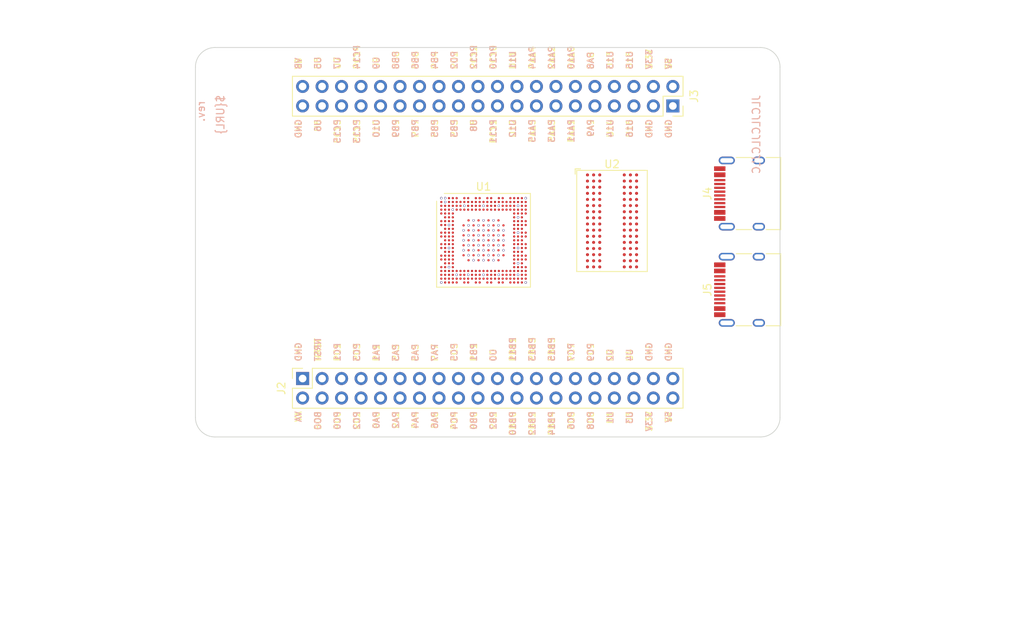
<source format=kicad_pcb>
(kicad_pcb (version 20221018) (generator pcbnew)
  (layers (0 "F.Cu" signal) (1 "In1.Cu" signal) (2 "In2.Cu" signal) (3 "In3.Cu" signal) (4 "In4.Cu" signal) (5 "In5.Cu" signal) (6 "In6.Cu" signal) (31 "B.Cu" signal) (34 "B.Paste" user) (35 "F.Paste" user) (36 "B.SilkS" user "B.Silkscreen") (37 "F.SilkS" user "F.Silkscreen") (38 "B.Mask" user) (39 "F.Mask" user) (44 "Edge.Cuts" user))
  (net 0 "")
  (net 1 "unconnected-(U1-PH5-PadA2)")
  (net 18 "unconnected-(U1-PH12-PadB2)")
  (net 384 "GND")
  (net 385 "Net-(U2-VDDQ-PadA1)")
  (net 389 "Net-(U2-VSS-PadA9)")
  (net 390 "Net-(U2-VSSQ-PadB1)")
  (net 391 "Net-(U2-VDD-PadB2)")
  (net 455 "Net-(J4-GND-PadA1)")
  (net 456 "Net-(J4-VBUS-PadA4)")
  (net 466 "Net-(J5-GND-PadA1)")
  (net 467 "Net-(J5-VBUS-PadA4)")
  (footprint "stm32world:PinSocket_2x20_P2.54mm_Vertical_Stackable" (layer "F.Cu") (at 121.92 113.03 90)
    (fp_text reference "J2")
    (fp_text value "STM32WORLD_CONNECTOR_1")
  )
  (footprint "stm32world:PinSocket_2x20_P2.54mm_Vertical_Stackable" (layer "F.Cu") (at 170.18 77.47 -90)
    (fp_text reference "J3")
    (fp_text value "STM32WORLD_CONNECTOR_2")
  )
  (footprint "stm32world:USB_C_Receptacle_HRO_TYPE-C-31-M-12" (layer "F.Cu") (at 180.34 88.9 90)
    (fp_text reference "J4")
    (fp_text value "USB_C_Receptacle_USB2.0")
  )
  (footprint "stm32world:USB_C_Receptacle_HRO_TYPE-C-31-M-12" (layer "F.Cu") (at 180.34 101.45 90)
    (fp_text reference "J5")
    (fp_text value "USB_C_Receptacle_USB2.0")
  )
  (footprint "stm32world:ST_TFBGA-361_12x12mm_Layout23x23_P0.5mmP0.65mm" (layer "F.Cu") (at 145.5 95)
    (fp_text reference "U1")
    (fp_text value "STM32MP151AACx")
  )
  (footprint "stm32world:STM32WORLD_BOARD" (layer "F.Cu") (at 145.5 95)
    (fp_text reference "J1" hide)
    (fp_text value "STM32WORLD_BOARD")
  )
  (footprint "Package_BGA:BGA-96_9.0x13.0mm_Layout2x3x16_P0.8mm" (layer "F.Cu") (at 162.25 92.47)
    (fp_text reference "U2")
    (fp_text value "AS4C256M16D3")
  )
  (gr_arc (start 107.95 72.39) (mid 108.693949 70.593949) (end 110.49 69.85) (stroke (width 0.1)) (layer "Edge.Cuts"))
  (gr_arc (start 181.61 69.85) (mid 183.406051 70.593949) (end 184.15 72.39) (stroke (width 0.1)) (layer "Edge.Cuts"))
  (gr_arc (start 110.49 120.65) (mid 108.693949 119.906051) (end 107.95 118.11) (stroke (width 0.1)) (layer "Edge.Cuts"))
  (gr_line (start 107.95 72.39) (end 107.95 118.11) (stroke (width 0.1)) (layer "Edge.Cuts"))
  (gr_line (start 181.61 69.85) (end 110.49 69.85) (stroke (width 0.1)) (layer "Edge.Cuts"))
  (gr_arc (start 184.15 118.11) (mid 183.406051 119.906051) (end 181.61 120.65) (stroke (width 0.1)) (layer "Edge.Cuts"))
  (gr_line (start 184.15 118.11) (end 184.15 72.39) (stroke (width 0.1)) (layer "Edge.Cuts"))
  (gr_line (start 110.49 120.65) (end 181.61 120.65) (stroke (width 0.1)) (layer "Edge.Cuts"))
  (via (at 140.5 89.5) (size 0.3) (drill 0.2) (layers "F.Cu" "B.Cu") (net 1))
  (via (at 140.5 90) (size 0.3) (drill 0.2) (layers "F.Cu" "B.Cu") (net 18))
  (via (at 148.1 93.7) (size 0.3) (drill 0.2) (layers "F.Cu" "B.Cu") (net 384))
  (via (at 146.15 95.65) (size 0.3) (drill 0.2) (layers "F.Cu" "B.Cu") (net 384))
  (via (at 146.8 93.7) (size 0.3) (drill 0.2) (layers "F.Cu" "B.Cu") (net 384))
  (via (at 145.5 92.4) (size 0.3) (drill 0.2) (layers "F.Cu" "B.Cu") (net 384))
  (via (at 147.5 90.5) (size 0.3) (drill 0.2) (layers "F.Cu" "B.Cu") (net 384))
  (via (at 146.15 93.05) (size 0.3) (drill 0.2) (layers "F.Cu" "B.Cu") (net 384))
  (via (at 150 92) (size 0.3) (drill 0.2) (layers "F.Cu" "B.Cu") (net 384))
  (via (at 150 99.5) (size 0.3) (drill 0.2) (layers "F.Cu" "B.Cu") (net 384))
  (via (at 147.5 99.5) (size 0.3) (drill 0.2) (layers "F.Cu" "B.Cu") (net 384))
  (via (at 150 98) (size 0.3) (drill 0.2) (layers "F.Cu" "B.Cu") (net 384))
  (via (at 141.5 91) (size 0.3) (drill 0.2) (layers "F.Cu" "B.Cu") (net 384))
  (via (at 144.85 94.35) (size 0.3) (drill 0.2) (layers "F.Cu" "B.Cu") (net 384))
  (via (at 144.85 93.05) (size 0.3) (drill 0.2) (layers "F.Cu" "B.Cu") (net 384))
  (via (at 143.55 95.65) (size 0.3) (drill 0.2) (layers "F.Cu" "B.Cu") (net 384))
  (via (at 141 93) (size 0.3) (drill 0.2) (layers "F.Cu" "B.Cu") (net 384))
  (via (at 143.55 96.95) (size 0.3) (drill 0.2) (layers "F.Cu" "B.Cu") (net 384))
  (via (at 144.2 92.4) (size 0.3) (drill 0.2) (layers "F.Cu" "B.Cu") (net 384))
  (via (at 140 100.5) (size 0.3) (drill 0.2) (layers "F.Cu" "B.Cu") (net 384))
  (via (at 145.5 99.5) (size 0.3) (drill 0.2) (layers "F.Cu" "B.Cu") (net 384))
  (via (at 146.15 94.35) (size 0.3) (drill 0.2) (layers "F.Cu" "B.Cu") (net 384))
  (via (at 146.15 96.95) (size 0.3) (drill 0.2) (layers "F.Cu" "B.Cu") (net 384))
  (via (at 144.2 93.7) (size 0.3) (drill 0.2) (layers "F.Cu" "B.Cu") (net 384))
  (via (at 150 96) (size 0.3) (drill 0.2) (layers "F.Cu" "B.Cu") (net 384))
  (via (at 148.1 95) (size 0.3) (drill 0.2) (layers "F.Cu" "B.Cu") (net 384))
  (via (at 143 90.5) (size 0.3) (drill 0.2) (layers "F.Cu" "B.Cu") (net 384))
  (via (at 146.8 92.4) (size 0.3) (drill 0.2) (layers "F.Cu" "B.Cu") (net 384))
  (via (at 144.2 97.6) (size 0.3) (drill 0.2) (layers "F.Cu" "B.Cu") (net 384))
  (via (at 143.5 99.5) (size 0.3) (drill 0.2) (layers "F.Cu" "B.Cu") (net 384))
  (via (at 141 98.5) (size 0.3) (drill 0.2) (layers "F.Cu" "B.Cu") (net 384))
  (via (at 144.2 96.3) (size 0.3) (drill 0.2) (layers "F.Cu" "B.Cu") (net 384))
  (via (at 143.55 93.05) (size 0.3) (drill 0.2) (layers "F.Cu" "B.Cu") (net 384))
  (via (at 146.8 95) (size 0.3) (drill 0.2) (layers "F.Cu" "B.Cu") (net 384))
  (via (at 147.45 94.35) (size 0.3) (drill 0.2) (layers "F.Cu" "B.Cu") (net 384))
  (via (at 143.55 94.35) (size 0.3) (drill 0.2) (layers "F.Cu" "B.Cu") (net 384))
  (via (at 142.9 93.7) (size 0.3) (drill 0.2) (layers "F.Cu" "B.Cu") (net 384))
  (via (at 147.45 96.95) (size 0.3) (drill 0.2) (layers "F.Cu" "B.Cu") (net 384))
  (via (at 145.5 90.5) (size 0.3) (drill 0.2) (layers "F.Cu" "B.Cu") (net 384))
  (via (at 140 89.5) (size 0.3) (drill 0.2) (layers "F.Cu" "B.Cu") (net 384))
  (via (at 141 96) (size 0.3) (drill 0.2) (layers "F.Cu" "B.Cu") (net 384))
  (via (at 144.2 95) (size 0.3) (drill 0.2) (layers "F.Cu" "B.Cu") (net 384))
  (via (at 150 94) (size 0.3) (drill 0.2) (layers "F.Cu" "B.Cu") (net 384))
  (via (at 151 100.5) (size 0.3) (drill 0.2) (layers "F.Cu" "B.Cu") (net 384))
  (via (at 148.1 96.3) (size 0.3) (drill 0.2) (layers "F.Cu" "B.Cu") (net 384))
  (via (at 142.9 95) (size 0.3) (drill 0.2) (layers "F.Cu" "B.Cu") (net 384))
  (via (at 144.85 95.65) (size 0.3) (drill 0.2) (layers "F.Cu" "B.Cu") (net 384))
  (via (at 146.8 97.6) (size 0.3) (drill 0.2) (layers "F.Cu" "B.Cu") (net 384))
  (via (at 145.5 95) (size 0.3) (drill 0.2) (layers "F.Cu" "B.Cu") (net 384))
  (via (at 147.45 95.65) (size 0.3) (drill 0.2) (layers "F.Cu" "B.Cu") (net 384))
  (via (at 151 89.5) (size 0.3) (drill 0.2) (layers "F.Cu" "B.Cu") (net 384))
  (via (at 145.5 93.7) (size 0.3) (drill 0.2) (layers "F.Cu" "B.Cu") (net 384))
  (via (at 142.9 96.3) (size 0.3) (drill 0.2) (layers "F.Cu" "B.Cu") (net 384))
  (via (at 150 90.5) (size 0.3) (drill 0.2) (layers "F.Cu" "B.Cu") (net 384))
  (via (at 146.8 96.3) (size 0.3) (drill 0.2) (layers "F.Cu" "B.Cu") (net 384))
  (via (at 145.5 97.6) (size 0.3) (drill 0.2) (layers "F.Cu" "B.Cu") (net 384))
  (via (at 144.85 96.95) (size 0.3) (drill 0.2) (layers "F.Cu" "B.Cu") (net 384))
  (via (at 142 99.5) (size 0.3) (drill 0.2) (layers "F.Cu" "B.Cu") (net 384))
  (via (at 147.45 93.05) (size 0.3) (drill 0.2) (layers "F.Cu" "B.Cu") (net 384))
  (via (at 145.5 96.3) (size 0.3) (drill 0.2) (layers "F.Cu" "B.Cu") (net 384))
)
</source>
